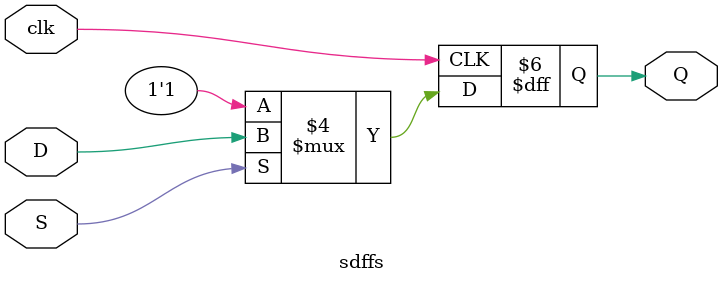
<source format=v>
module sdffs(D,clk,S,Q);
input D;      // Data input 
input clk;    // clock input 
input S;      // set input 
output reg Q;     // output Q 

always @(posedge clk) 

begin
	if (S == 1'b0) begin // sync. set active low
            Q <= 1'b1;
	end 
	else begin
            Q <= D; 
        end
end 
endmodule 

</source>
